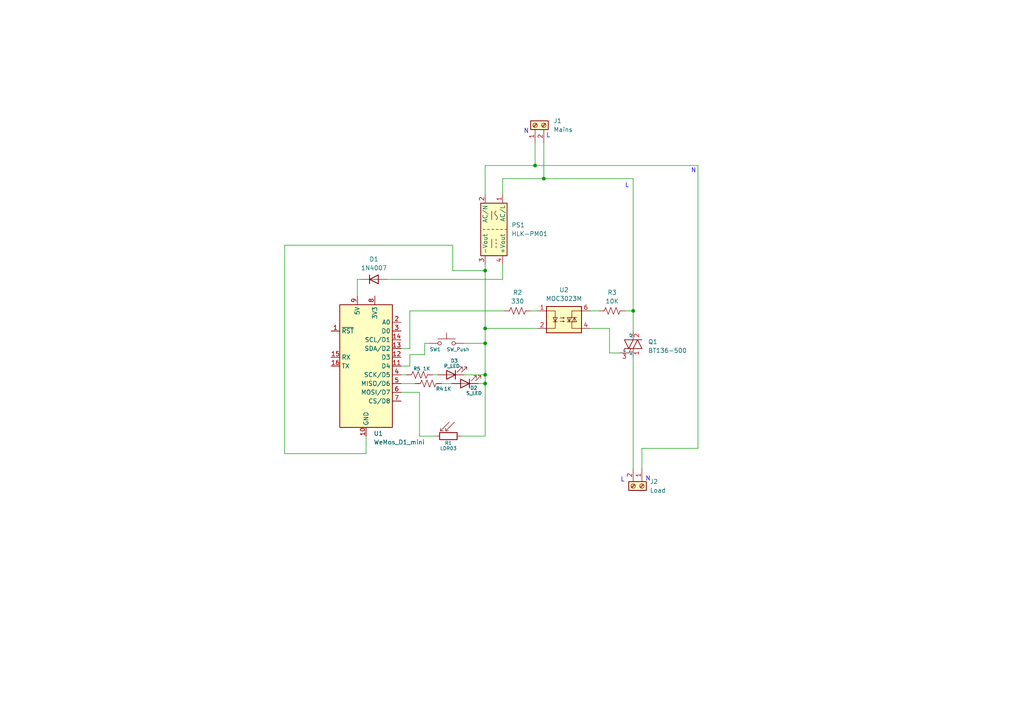
<source format=kicad_sch>
(kicad_sch
	(version 20231120)
	(generator "eeschema")
	(generator_version "8.0")
	(uuid "fff451e8-ba1d-4c33-b6d7-df629453041e")
	(paper "A4")
	(title_block
		(title "Auto light")
		(date "2024/09/22")
		(rev "02")
	)
	(lib_symbols
		(symbol "Connector:Screw_Terminal_01x02"
			(pin_names
				(offset 1.016) hide)
			(exclude_from_sim no)
			(in_bom yes)
			(on_board yes)
			(property "Reference" "J"
				(at 0 2.54 0)
				(effects
					(font
						(size 1.27 1.27)
					)
				)
			)
			(property "Value" "Screw_Terminal_01x02"
				(at 0 -5.08 0)
				(effects
					(font
						(size 1.27 1.27)
					)
				)
			)
			(property "Footprint" ""
				(at 0 0 0)
				(effects
					(font
						(size 1.27 1.27)
					)
					(hide yes)
				)
			)
			(property "Datasheet" "~"
				(at 0 0 0)
				(effects
					(font
						(size 1.27 1.27)
					)
					(hide yes)
				)
			)
			(property "Description" "Generic screw terminal, single row, 01x02, script generated (kicad-library-utils/schlib/autogen/connector/)"
				(at 0 0 0)
				(effects
					(font
						(size 1.27 1.27)
					)
					(hide yes)
				)
			)
			(property "ki_keywords" "screw terminal"
				(at 0 0 0)
				(effects
					(font
						(size 1.27 1.27)
					)
					(hide yes)
				)
			)
			(property "ki_fp_filters" "TerminalBlock*:*"
				(at 0 0 0)
				(effects
					(font
						(size 1.27 1.27)
					)
					(hide yes)
				)
			)
			(symbol "Screw_Terminal_01x02_1_1"
				(rectangle
					(start -1.27 1.27)
					(end 1.27 -3.81)
					(stroke
						(width 0.254)
						(type default)
					)
					(fill
						(type background)
					)
				)
				(circle
					(center 0 -2.54)
					(radius 0.635)
					(stroke
						(width 0.1524)
						(type default)
					)
					(fill
						(type none)
					)
				)
				(polyline
					(pts
						(xy -0.5334 -2.2098) (xy 0.3302 -3.048)
					)
					(stroke
						(width 0.1524)
						(type default)
					)
					(fill
						(type none)
					)
				)
				(polyline
					(pts
						(xy -0.5334 0.3302) (xy 0.3302 -0.508)
					)
					(stroke
						(width 0.1524)
						(type default)
					)
					(fill
						(type none)
					)
				)
				(polyline
					(pts
						(xy -0.3556 -2.032) (xy 0.508 -2.8702)
					)
					(stroke
						(width 0.1524)
						(type default)
					)
					(fill
						(type none)
					)
				)
				(polyline
					(pts
						(xy -0.3556 0.508) (xy 0.508 -0.3302)
					)
					(stroke
						(width 0.1524)
						(type default)
					)
					(fill
						(type none)
					)
				)
				(circle
					(center 0 0)
					(radius 0.635)
					(stroke
						(width 0.1524)
						(type default)
					)
					(fill
						(type none)
					)
				)
				(pin passive line
					(at -5.08 0 0)
					(length 3.81)
					(name "Pin_1"
						(effects
							(font
								(size 1.27 1.27)
							)
						)
					)
					(number "1"
						(effects
							(font
								(size 1.27 1.27)
							)
						)
					)
				)
				(pin passive line
					(at -5.08 -2.54 0)
					(length 3.81)
					(name "Pin_2"
						(effects
							(font
								(size 1.27 1.27)
							)
						)
					)
					(number "2"
						(effects
							(font
								(size 1.27 1.27)
							)
						)
					)
				)
			)
		)
		(symbol "Converter_ACDC:HLK-PM01"
			(exclude_from_sim no)
			(in_bom yes)
			(on_board yes)
			(property "Reference" "PS"
				(at 0 5.08 0)
				(effects
					(font
						(size 1.27 1.27)
					)
				)
			)
			(property "Value" "HLK-PM01"
				(at 0 -5.08 0)
				(effects
					(font
						(size 1.27 1.27)
					)
				)
			)
			(property "Footprint" "Converter_ACDC:Converter_ACDC_Hi-Link_HLK-PMxx"
				(at 0 -7.62 0)
				(effects
					(font
						(size 1.27 1.27)
					)
					(hide yes)
				)
			)
			(property "Datasheet" "https://h.hlktech.com/download/ACDC%E7%94%B5%E6%BA%90%E6%A8%A1%E5%9D%973W%E7%B3%BB%E5%88%97/1/%E6%B5%B7%E5%87%8C%E7%A7%913W%E7%B3%BB%E5%88%97%E7%94%B5%E6%BA%90%E6%A8%A1%E5%9D%97%E8%A7%84%E6%A0%BC%E4%B9%A6V2.8.pdf"
				(at 10.16 -8.89 0)
				(effects
					(font
						(size 1.27 1.27)
					)
					(hide yes)
				)
			)
			(property "Description" "Compact AC/DC board mount power module 3W 5V"
				(at 0 0 0)
				(effects
					(font
						(size 1.27 1.27)
					)
					(hide yes)
				)
			)
			(property "ki_keywords" "AC/DC module power supply"
				(at 0 0 0)
				(effects
					(font
						(size 1.27 1.27)
					)
					(hide yes)
				)
			)
			(property "ki_fp_filters" "Converter*ACDC*Hi?Link*HLK?PM*"
				(at 0 0 0)
				(effects
					(font
						(size 1.27 1.27)
					)
					(hide yes)
				)
			)
			(symbol "HLK-PM01_0_1"
				(rectangle
					(start -7.62 3.81)
					(end 7.62 -3.81)
					(stroke
						(width 0.254)
						(type default)
					)
					(fill
						(type background)
					)
				)
				(arc
					(start -5.334 0.635)
					(mid -4.699 0.2495)
					(end -4.064 0.635)
					(stroke
						(width 0)
						(type default)
					)
					(fill
						(type none)
					)
				)
				(arc
					(start -2.794 0.635)
					(mid -3.429 1.0072)
					(end -4.064 0.635)
					(stroke
						(width 0)
						(type default)
					)
					(fill
						(type none)
					)
				)
				(polyline
					(pts
						(xy -5.334 -0.635) (xy -2.794 -0.635)
					)
					(stroke
						(width 0)
						(type default)
					)
					(fill
						(type none)
					)
				)
				(polyline
					(pts
						(xy 0 -2.54) (xy 0 -3.175)
					)
					(stroke
						(width 0)
						(type default)
					)
					(fill
						(type none)
					)
				)
				(polyline
					(pts
						(xy 0 -1.27) (xy 0 -1.905)
					)
					(stroke
						(width 0)
						(type default)
					)
					(fill
						(type none)
					)
				)
				(polyline
					(pts
						(xy 0 0) (xy 0 -0.635)
					)
					(stroke
						(width 0)
						(type default)
					)
					(fill
						(type none)
					)
				)
				(polyline
					(pts
						(xy 0 1.27) (xy 0 0.635)
					)
					(stroke
						(width 0)
						(type default)
					)
					(fill
						(type none)
					)
				)
				(polyline
					(pts
						(xy 0 2.54) (xy 0 1.905)
					)
					(stroke
						(width 0)
						(type default)
					)
					(fill
						(type none)
					)
				)
				(polyline
					(pts
						(xy 0 3.81) (xy 0 3.175)
					)
					(stroke
						(width 0)
						(type default)
					)
					(fill
						(type none)
					)
				)
				(polyline
					(pts
						(xy 2.794 -0.635) (xy 5.334 -0.635)
					)
					(stroke
						(width 0)
						(type default)
					)
					(fill
						(type none)
					)
				)
				(polyline
					(pts
						(xy 2.794 0.635) (xy 3.302 0.635)
					)
					(stroke
						(width 0)
						(type default)
					)
					(fill
						(type none)
					)
				)
				(polyline
					(pts
						(xy 3.81 0.635) (xy 4.318 0.635)
					)
					(stroke
						(width 0)
						(type default)
					)
					(fill
						(type none)
					)
				)
				(polyline
					(pts
						(xy 4.826 0.635) (xy 5.334 0.635)
					)
					(stroke
						(width 0)
						(type default)
					)
					(fill
						(type none)
					)
				)
			)
			(symbol "HLK-PM01_1_1"
				(pin power_in line
					(at -10.16 2.54 0)
					(length 2.54)
					(name "AC/L"
						(effects
							(font
								(size 1.27 1.27)
							)
						)
					)
					(number "1"
						(effects
							(font
								(size 1.27 1.27)
							)
						)
					)
				)
				(pin power_in line
					(at -10.16 -2.54 0)
					(length 2.54)
					(name "AC/N"
						(effects
							(font
								(size 1.27 1.27)
							)
						)
					)
					(number "2"
						(effects
							(font
								(size 1.27 1.27)
							)
						)
					)
				)
				(pin power_out line
					(at 10.16 -2.54 180)
					(length 2.54)
					(name "-Vout"
						(effects
							(font
								(size 1.27 1.27)
							)
						)
					)
					(number "3"
						(effects
							(font
								(size 1.27 1.27)
							)
						)
					)
				)
				(pin power_out line
					(at 10.16 2.54 180)
					(length 2.54)
					(name "+Vout"
						(effects
							(font
								(size 1.27 1.27)
							)
						)
					)
					(number "4"
						(effects
							(font
								(size 1.27 1.27)
							)
						)
					)
				)
			)
		)
		(symbol "Device:LED"
			(pin_numbers hide)
			(pin_names
				(offset 1.016) hide)
			(exclude_from_sim no)
			(in_bom yes)
			(on_board yes)
			(property "Reference" "D"
				(at 0 2.54 0)
				(effects
					(font
						(size 1.27 1.27)
					)
				)
			)
			(property "Value" "LED"
				(at 0 -2.54 0)
				(effects
					(font
						(size 1.27 1.27)
					)
				)
			)
			(property "Footprint" ""
				(at 0 0 0)
				(effects
					(font
						(size 1.27 1.27)
					)
					(hide yes)
				)
			)
			(property "Datasheet" "~"
				(at 0 0 0)
				(effects
					(font
						(size 1.27 1.27)
					)
					(hide yes)
				)
			)
			(property "Description" "Light emitting diode"
				(at 0 0 0)
				(effects
					(font
						(size 1.27 1.27)
					)
					(hide yes)
				)
			)
			(property "ki_keywords" "LED diode"
				(at 0 0 0)
				(effects
					(font
						(size 1.27 1.27)
					)
					(hide yes)
				)
			)
			(property "ki_fp_filters" "LED* LED_SMD:* LED_THT:*"
				(at 0 0 0)
				(effects
					(font
						(size 1.27 1.27)
					)
					(hide yes)
				)
			)
			(symbol "LED_0_1"
				(polyline
					(pts
						(xy -1.27 -1.27) (xy -1.27 1.27)
					)
					(stroke
						(width 0.254)
						(type default)
					)
					(fill
						(type none)
					)
				)
				(polyline
					(pts
						(xy -1.27 0) (xy 1.27 0)
					)
					(stroke
						(width 0)
						(type default)
					)
					(fill
						(type none)
					)
				)
				(polyline
					(pts
						(xy 1.27 -1.27) (xy 1.27 1.27) (xy -1.27 0) (xy 1.27 -1.27)
					)
					(stroke
						(width 0.254)
						(type default)
					)
					(fill
						(type none)
					)
				)
				(polyline
					(pts
						(xy -3.048 -0.762) (xy -4.572 -2.286) (xy -3.81 -2.286) (xy -4.572 -2.286) (xy -4.572 -1.524)
					)
					(stroke
						(width 0)
						(type default)
					)
					(fill
						(type none)
					)
				)
				(polyline
					(pts
						(xy -1.778 -0.762) (xy -3.302 -2.286) (xy -2.54 -2.286) (xy -3.302 -2.286) (xy -3.302 -1.524)
					)
					(stroke
						(width 0)
						(type default)
					)
					(fill
						(type none)
					)
				)
			)
			(symbol "LED_1_1"
				(pin passive line
					(at -3.81 0 0)
					(length 2.54)
					(name "K"
						(effects
							(font
								(size 1.27 1.27)
							)
						)
					)
					(number "1"
						(effects
							(font
								(size 1.27 1.27)
							)
						)
					)
				)
				(pin passive line
					(at 3.81 0 180)
					(length 2.54)
					(name "A"
						(effects
							(font
								(size 1.27 1.27)
							)
						)
					)
					(number "2"
						(effects
							(font
								(size 1.27 1.27)
							)
						)
					)
				)
			)
		)
		(symbol "Device:R_US"
			(pin_numbers hide)
			(pin_names
				(offset 0)
			)
			(exclude_from_sim no)
			(in_bom yes)
			(on_board yes)
			(property "Reference" "R"
				(at 2.54 0 90)
				(effects
					(font
						(size 1.27 1.27)
					)
				)
			)
			(property "Value" "R_US"
				(at -2.54 0 90)
				(effects
					(font
						(size 1.27 1.27)
					)
				)
			)
			(property "Footprint" ""
				(at 1.016 -0.254 90)
				(effects
					(font
						(size 1.27 1.27)
					)
					(hide yes)
				)
			)
			(property "Datasheet" "~"
				(at 0 0 0)
				(effects
					(font
						(size 1.27 1.27)
					)
					(hide yes)
				)
			)
			(property "Description" "Resistor, US symbol"
				(at 0 0 0)
				(effects
					(font
						(size 1.27 1.27)
					)
					(hide yes)
				)
			)
			(property "ki_keywords" "R res resistor"
				(at 0 0 0)
				(effects
					(font
						(size 1.27 1.27)
					)
					(hide yes)
				)
			)
			(property "ki_fp_filters" "R_*"
				(at 0 0 0)
				(effects
					(font
						(size 1.27 1.27)
					)
					(hide yes)
				)
			)
			(symbol "R_US_0_1"
				(polyline
					(pts
						(xy 0 -2.286) (xy 0 -2.54)
					)
					(stroke
						(width 0)
						(type default)
					)
					(fill
						(type none)
					)
				)
				(polyline
					(pts
						(xy 0 2.286) (xy 0 2.54)
					)
					(stroke
						(width 0)
						(type default)
					)
					(fill
						(type none)
					)
				)
				(polyline
					(pts
						(xy 0 -0.762) (xy 1.016 -1.143) (xy 0 -1.524) (xy -1.016 -1.905) (xy 0 -2.286)
					)
					(stroke
						(width 0)
						(type default)
					)
					(fill
						(type none)
					)
				)
				(polyline
					(pts
						(xy 0 0.762) (xy 1.016 0.381) (xy 0 0) (xy -1.016 -0.381) (xy 0 -0.762)
					)
					(stroke
						(width 0)
						(type default)
					)
					(fill
						(type none)
					)
				)
				(polyline
					(pts
						(xy 0 2.286) (xy 1.016 1.905) (xy 0 1.524) (xy -1.016 1.143) (xy 0 0.762)
					)
					(stroke
						(width 0)
						(type default)
					)
					(fill
						(type none)
					)
				)
			)
			(symbol "R_US_1_1"
				(pin passive line
					(at 0 3.81 270)
					(length 1.27)
					(name "~"
						(effects
							(font
								(size 1.27 1.27)
							)
						)
					)
					(number "1"
						(effects
							(font
								(size 1.27 1.27)
							)
						)
					)
				)
				(pin passive line
					(at 0 -3.81 90)
					(length 1.27)
					(name "~"
						(effects
							(font
								(size 1.27 1.27)
							)
						)
					)
					(number "2"
						(effects
							(font
								(size 1.27 1.27)
							)
						)
					)
				)
			)
		)
		(symbol "Diode:1N4007"
			(pin_numbers hide)
			(pin_names hide)
			(exclude_from_sim no)
			(in_bom yes)
			(on_board yes)
			(property "Reference" "D"
				(at 0 2.54 0)
				(effects
					(font
						(size 1.27 1.27)
					)
				)
			)
			(property "Value" "1N4007"
				(at 0 -2.54 0)
				(effects
					(font
						(size 1.27 1.27)
					)
				)
			)
			(property "Footprint" "Diode_THT:D_DO-41_SOD81_P10.16mm_Horizontal"
				(at 0 -4.445 0)
				(effects
					(font
						(size 1.27 1.27)
					)
					(hide yes)
				)
			)
			(property "Datasheet" "http://www.vishay.com/docs/88503/1n4001.pdf"
				(at 0 0 0)
				(effects
					(font
						(size 1.27 1.27)
					)
					(hide yes)
				)
			)
			(property "Description" "1000V 1A General Purpose Rectifier Diode, DO-41"
				(at 0 0 0)
				(effects
					(font
						(size 1.27 1.27)
					)
					(hide yes)
				)
			)
			(property "Sim.Device" "D"
				(at 0 0 0)
				(effects
					(font
						(size 1.27 1.27)
					)
					(hide yes)
				)
			)
			(property "Sim.Pins" "1=K 2=A"
				(at 0 0 0)
				(effects
					(font
						(size 1.27 1.27)
					)
					(hide yes)
				)
			)
			(property "ki_keywords" "diode"
				(at 0 0 0)
				(effects
					(font
						(size 1.27 1.27)
					)
					(hide yes)
				)
			)
			(property "ki_fp_filters" "D*DO?41*"
				(at 0 0 0)
				(effects
					(font
						(size 1.27 1.27)
					)
					(hide yes)
				)
			)
			(symbol "1N4007_0_1"
				(polyline
					(pts
						(xy -1.27 1.27) (xy -1.27 -1.27)
					)
					(stroke
						(width 0.254)
						(type default)
					)
					(fill
						(type none)
					)
				)
				(polyline
					(pts
						(xy 1.27 0) (xy -1.27 0)
					)
					(stroke
						(width 0)
						(type default)
					)
					(fill
						(type none)
					)
				)
				(polyline
					(pts
						(xy 1.27 1.27) (xy 1.27 -1.27) (xy -1.27 0) (xy 1.27 1.27)
					)
					(stroke
						(width 0.254)
						(type default)
					)
					(fill
						(type none)
					)
				)
			)
			(symbol "1N4007_1_1"
				(pin passive line
					(at -3.81 0 0)
					(length 2.54)
					(name "K"
						(effects
							(font
								(size 1.27 1.27)
							)
						)
					)
					(number "1"
						(effects
							(font
								(size 1.27 1.27)
							)
						)
					)
				)
				(pin passive line
					(at 3.81 0 180)
					(length 2.54)
					(name "A"
						(effects
							(font
								(size 1.27 1.27)
							)
						)
					)
					(number "2"
						(effects
							(font
								(size 1.27 1.27)
							)
						)
					)
				)
			)
		)
		(symbol "MCU_Module:WeMos_D1_mini"
			(exclude_from_sim no)
			(in_bom yes)
			(on_board yes)
			(property "Reference" "U"
				(at 3.81 19.05 0)
				(effects
					(font
						(size 1.27 1.27)
					)
					(justify left)
				)
			)
			(property "Value" "WeMos_D1_mini"
				(at 1.27 -19.05 0)
				(effects
					(font
						(size 1.27 1.27)
					)
					(justify left)
				)
			)
			(property "Footprint" "Module:WEMOS_D1_mini_light"
				(at 0 -29.21 0)
				(effects
					(font
						(size 1.27 1.27)
					)
					(hide yes)
				)
			)
			(property "Datasheet" "https://wiki.wemos.cc/products:d1:d1_mini#documentation"
				(at -46.99 -29.21 0)
				(effects
					(font
						(size 1.27 1.27)
					)
					(hide yes)
				)
			)
			(property "Description" "32-bit microcontroller module with WiFi"
				(at 0 0 0)
				(effects
					(font
						(size 1.27 1.27)
					)
					(hide yes)
				)
			)
			(property "ki_keywords" "ESP8266 WiFi microcontroller ESP8266EX"
				(at 0 0 0)
				(effects
					(font
						(size 1.27 1.27)
					)
					(hide yes)
				)
			)
			(property "ki_fp_filters" "WEMOS*D1*mini*"
				(at 0 0 0)
				(effects
					(font
						(size 1.27 1.27)
					)
					(hide yes)
				)
			)
			(symbol "WeMos_D1_mini_1_1"
				(rectangle
					(start -7.62 17.78)
					(end 7.62 -17.78)
					(stroke
						(width 0.254)
						(type default)
					)
					(fill
						(type background)
					)
				)
				(pin input line
					(at -10.16 10.16 0)
					(length 2.54)
					(name "~{RST}"
						(effects
							(font
								(size 1.27 1.27)
							)
						)
					)
					(number "1"
						(effects
							(font
								(size 1.27 1.27)
							)
						)
					)
				)
				(pin power_in line
					(at 0 -20.32 90)
					(length 2.54)
					(name "GND"
						(effects
							(font
								(size 1.27 1.27)
							)
						)
					)
					(number "10"
						(effects
							(font
								(size 1.27 1.27)
							)
						)
					)
				)
				(pin bidirectional line
					(at 10.16 0 180)
					(length 2.54)
					(name "D4"
						(effects
							(font
								(size 1.27 1.27)
							)
						)
					)
					(number "11"
						(effects
							(font
								(size 1.27 1.27)
							)
						)
					)
				)
				(pin bidirectional line
					(at 10.16 2.54 180)
					(length 2.54)
					(name "D3"
						(effects
							(font
								(size 1.27 1.27)
							)
						)
					)
					(number "12"
						(effects
							(font
								(size 1.27 1.27)
							)
						)
					)
				)
				(pin bidirectional line
					(at 10.16 5.08 180)
					(length 2.54)
					(name "SDA/D2"
						(effects
							(font
								(size 1.27 1.27)
							)
						)
					)
					(number "13"
						(effects
							(font
								(size 1.27 1.27)
							)
						)
					)
				)
				(pin bidirectional line
					(at 10.16 7.62 180)
					(length 2.54)
					(name "SCL/D1"
						(effects
							(font
								(size 1.27 1.27)
							)
						)
					)
					(number "14"
						(effects
							(font
								(size 1.27 1.27)
							)
						)
					)
				)
				(pin input line
					(at -10.16 2.54 0)
					(length 2.54)
					(name "RX"
						(effects
							(font
								(size 1.27 1.27)
							)
						)
					)
					(number "15"
						(effects
							(font
								(size 1.27 1.27)
							)
						)
					)
				)
				(pin output line
					(at -10.16 0 0)
					(length 2.54)
					(name "TX"
						(effects
							(font
								(size 1.27 1.27)
							)
						)
					)
					(number "16"
						(effects
							(font
								(size 1.27 1.27)
							)
						)
					)
				)
				(pin input line
					(at 10.16 12.7 180)
					(length 2.54)
					(name "A0"
						(effects
							(font
								(size 1.27 1.27)
							)
						)
					)
					(number "2"
						(effects
							(font
								(size 1.27 1.27)
							)
						)
					)
				)
				(pin bidirectional line
					(at 10.16 10.16 180)
					(length 2.54)
					(name "D0"
						(effects
							(font
								(size 1.27 1.27)
							)
						)
					)
					(number "3"
						(effects
							(font
								(size 1.27 1.27)
							)
						)
					)
				)
				(pin bidirectional line
					(at 10.16 -2.54 180)
					(length 2.54)
					(name "SCK/D5"
						(effects
							(font
								(size 1.27 1.27)
							)
						)
					)
					(number "4"
						(effects
							(font
								(size 1.27 1.27)
							)
						)
					)
				)
				(pin bidirectional line
					(at 10.16 -5.08 180)
					(length 2.54)
					(name "MISO/D6"
						(effects
							(font
								(size 1.27 1.27)
							)
						)
					)
					(number "5"
						(effects
							(font
								(size 1.27 1.27)
							)
						)
					)
				)
				(pin bidirectional line
					(at 10.16 -7.62 180)
					(length 2.54)
					(name "MOSI/D7"
						(effects
							(font
								(size 1.27 1.27)
							)
						)
					)
					(number "6"
						(effects
							(font
								(size 1.27 1.27)
							)
						)
					)
				)
				(pin bidirectional line
					(at 10.16 -10.16 180)
					(length 2.54)
					(name "CS/D8"
						(effects
							(font
								(size 1.27 1.27)
							)
						)
					)
					(number "7"
						(effects
							(font
								(size 1.27 1.27)
							)
						)
					)
				)
				(pin power_out line
					(at 2.54 20.32 270)
					(length 2.54)
					(name "3V3"
						(effects
							(font
								(size 1.27 1.27)
							)
						)
					)
					(number "8"
						(effects
							(font
								(size 1.27 1.27)
							)
						)
					)
				)
				(pin power_in line
					(at -2.54 20.32 270)
					(length 2.54)
					(name "5V"
						(effects
							(font
								(size 1.27 1.27)
							)
						)
					)
					(number "9"
						(effects
							(font
								(size 1.27 1.27)
							)
						)
					)
				)
			)
		)
		(symbol "Relay_SolidState:MOC3023M"
			(exclude_from_sim no)
			(in_bom yes)
			(on_board yes)
			(property "Reference" "U"
				(at -5.334 4.826 0)
				(effects
					(font
						(size 1.27 1.27)
					)
					(justify left)
				)
			)
			(property "Value" "MOC3023M"
				(at 0 5.08 0)
				(effects
					(font
						(size 1.27 1.27)
					)
					(justify left)
				)
			)
			(property "Footprint" ""
				(at -5.08 -5.08 0)
				(effects
					(font
						(size 1.27 1.27)
						(italic yes)
					)
					(justify left)
					(hide yes)
				)
			)
			(property "Datasheet" "https://www.onsemi.com/pub/Collateral/MOC3023M-D.PDF"
				(at 0 0 0)
				(effects
					(font
						(size 1.27 1.27)
					)
					(justify left)
					(hide yes)
				)
			)
			(property "Description" "Random Phase Opto-Triac, Vdrm 400V, Ift 5mA, DIP6"
				(at 0 0 0)
				(effects
					(font
						(size 1.27 1.27)
					)
					(hide yes)
				)
			)
			(property "ki_keywords" "Opto-Triac Opto Triac Random Phase"
				(at 0 0 0)
				(effects
					(font
						(size 1.27 1.27)
					)
					(hide yes)
				)
			)
			(property "ki_fp_filters" "DIP*W7.62mm* SMDIP*W9.53mm* DIP*W10.16mm*"
				(at 0 0 0)
				(effects
					(font
						(size 1.27 1.27)
					)
					(hide yes)
				)
			)
			(symbol "MOC3023M_0_1"
				(rectangle
					(start -5.08 3.81)
					(end 5.08 -3.81)
					(stroke
						(width 0.254)
						(type default)
					)
					(fill
						(type background)
					)
				)
				(polyline
					(pts
						(xy -3.175 -0.635) (xy -1.905 -0.635)
					)
					(stroke
						(width 0)
						(type default)
					)
					(fill
						(type none)
					)
				)
				(polyline
					(pts
						(xy 1.524 -0.635) (xy 1.524 0.635)
					)
					(stroke
						(width 0)
						(type default)
					)
					(fill
						(type none)
					)
				)
				(polyline
					(pts
						(xy 3.048 0.635) (xy 3.048 -0.635)
					)
					(stroke
						(width 0)
						(type default)
					)
					(fill
						(type none)
					)
				)
				(polyline
					(pts
						(xy 2.286 -0.635) (xy 2.286 -2.54) (xy 5.08 -2.54)
					)
					(stroke
						(width 0)
						(type default)
					)
					(fill
						(type none)
					)
				)
				(polyline
					(pts
						(xy 2.286 0.635) (xy 2.286 2.54) (xy 5.08 2.54)
					)
					(stroke
						(width 0)
						(type default)
					)
					(fill
						(type none)
					)
				)
				(polyline
					(pts
						(xy -5.08 2.54) (xy -2.54 2.54) (xy -2.54 -2.54) (xy -5.08 -2.54)
					)
					(stroke
						(width 0)
						(type default)
					)
					(fill
						(type none)
					)
				)
				(polyline
					(pts
						(xy -2.54 -0.635) (xy -3.175 0.635) (xy -1.905 0.635) (xy -2.54 -0.635)
					)
					(stroke
						(width 0)
						(type default)
					)
					(fill
						(type none)
					)
				)
				(polyline
					(pts
						(xy 0.889 -0.635) (xy 3.683 -0.635) (xy 3.048 0.635) (xy 2.413 -0.635)
					)
					(stroke
						(width 0)
						(type default)
					)
					(fill
						(type none)
					)
				)
				(polyline
					(pts
						(xy 3.683 0.635) (xy 0.889 0.635) (xy 1.524 -0.635) (xy 2.159 0.635)
					)
					(stroke
						(width 0)
						(type default)
					)
					(fill
						(type none)
					)
				)
				(polyline
					(pts
						(xy -1.143 -0.508) (xy 0.127 -0.508) (xy -0.254 -0.635) (xy -0.254 -0.381) (xy 0.127 -0.508)
					)
					(stroke
						(width 0)
						(type default)
					)
					(fill
						(type none)
					)
				)
				(polyline
					(pts
						(xy -1.143 0.508) (xy 0.127 0.508) (xy -0.254 0.381) (xy -0.254 0.635) (xy 0.127 0.508)
					)
					(stroke
						(width 0)
						(type default)
					)
					(fill
						(type none)
					)
				)
			)
			(symbol "MOC3023M_1_1"
				(pin passive line
					(at -7.62 2.54 0)
					(length 2.54)
					(name "~"
						(effects
							(font
								(size 1.27 1.27)
							)
						)
					)
					(number "1"
						(effects
							(font
								(size 1.27 1.27)
							)
						)
					)
				)
				(pin passive line
					(at -7.62 -2.54 0)
					(length 2.54)
					(name "~"
						(effects
							(font
								(size 1.27 1.27)
							)
						)
					)
					(number "2"
						(effects
							(font
								(size 1.27 1.27)
							)
						)
					)
				)
				(pin no_connect line
					(at -5.08 0 0)
					(length 2.54) hide
					(name "NC"
						(effects
							(font
								(size 1.27 1.27)
							)
						)
					)
					(number "3"
						(effects
							(font
								(size 1.27 1.27)
							)
						)
					)
				)
				(pin passive line
					(at 7.62 -2.54 180)
					(length 2.54)
					(name "~"
						(effects
							(font
								(size 1.27 1.27)
							)
						)
					)
					(number "4"
						(effects
							(font
								(size 1.27 1.27)
							)
						)
					)
				)
				(pin no_connect line
					(at 5.08 0 180)
					(length 2.54) hide
					(name "NC"
						(effects
							(font
								(size 1.27 1.27)
							)
						)
					)
					(number "5"
						(effects
							(font
								(size 1.27 1.27)
							)
						)
					)
				)
				(pin passive line
					(at 7.62 2.54 180)
					(length 2.54)
					(name "~"
						(effects
							(font
								(size 1.27 1.27)
							)
						)
					)
					(number "6"
						(effects
							(font
								(size 1.27 1.27)
							)
						)
					)
				)
			)
		)
		(symbol "Sensor_Optical:LDR03"
			(pin_numbers hide)
			(pin_names
				(offset 0)
			)
			(exclude_from_sim no)
			(in_bom yes)
			(on_board yes)
			(property "Reference" "R"
				(at -5.08 0 90)
				(effects
					(font
						(size 1.27 1.27)
					)
				)
			)
			(property "Value" "LDR03"
				(at 1.905 0 90)
				(effects
					(font
						(size 1.27 1.27)
					)
					(justify top)
				)
			)
			(property "Footprint" "OptoDevice:R_LDR_10x8.5mm_P7.6mm_Vertical"
				(at 4.445 0 90)
				(effects
					(font
						(size 1.27 1.27)
					)
					(hide yes)
				)
			)
			(property "Datasheet" "http://www.elektronica-componenten.nl/WebRoot/StoreNL/Shops/61422969/54F1/BA0C/C664/31B9/2173/C0A8/2AB9/2AEF/LDR03IMP.pdf"
				(at 0 -1.27 0)
				(effects
					(font
						(size 1.27 1.27)
					)
					(hide yes)
				)
			)
			(property "Description" "light dependent resistor"
				(at 0 0 0)
				(effects
					(font
						(size 1.27 1.27)
					)
					(hide yes)
				)
			)
			(property "ki_keywords" "light dependent photo resistor LDR"
				(at 0 0 0)
				(effects
					(font
						(size 1.27 1.27)
					)
					(hide yes)
				)
			)
			(property "ki_fp_filters" "R*LDR*10x8.5mm*P7.6mm*"
				(at 0 0 0)
				(effects
					(font
						(size 1.27 1.27)
					)
					(hide yes)
				)
			)
			(symbol "LDR03_0_1"
				(rectangle
					(start -1.016 2.54)
					(end 1.016 -2.54)
					(stroke
						(width 0.254)
						(type default)
					)
					(fill
						(type none)
					)
				)
				(polyline
					(pts
						(xy -1.524 -2.286) (xy -4.064 0.254)
					)
					(stroke
						(width 0)
						(type default)
					)
					(fill
						(type none)
					)
				)
				(polyline
					(pts
						(xy -1.524 -2.286) (xy -2.286 -2.286)
					)
					(stroke
						(width 0)
						(type default)
					)
					(fill
						(type none)
					)
				)
				(polyline
					(pts
						(xy -1.524 -2.286) (xy -1.524 -1.524)
					)
					(stroke
						(width 0)
						(type default)
					)
					(fill
						(type none)
					)
				)
				(polyline
					(pts
						(xy -1.524 -0.762) (xy -4.064 1.778)
					)
					(stroke
						(width 0)
						(type default)
					)
					(fill
						(type none)
					)
				)
				(polyline
					(pts
						(xy -1.524 -0.762) (xy -2.286 -0.762)
					)
					(stroke
						(width 0)
						(type default)
					)
					(fill
						(type none)
					)
				)
				(polyline
					(pts
						(xy -1.524 -0.762) (xy -1.524 0)
					)
					(stroke
						(width 0)
						(type default)
					)
					(fill
						(type none)
					)
				)
			)
			(symbol "LDR03_1_1"
				(pin passive line
					(at 0 3.81 270)
					(length 1.27)
					(name "~"
						(effects
							(font
								(size 1.27 1.27)
							)
						)
					)
					(number "1"
						(effects
							(font
								(size 1.27 1.27)
							)
						)
					)
				)
				(pin passive line
					(at 0 -3.81 90)
					(length 1.27)
					(name "~"
						(effects
							(font
								(size 1.27 1.27)
							)
						)
					)
					(number "2"
						(effects
							(font
								(size 1.27 1.27)
							)
						)
					)
				)
			)
		)
		(symbol "Switch:SW_Push"
			(pin_numbers hide)
			(pin_names
				(offset 1.016) hide)
			(exclude_from_sim no)
			(in_bom yes)
			(on_board yes)
			(property "Reference" "SW"
				(at 1.27 2.54 0)
				(effects
					(font
						(size 1.27 1.27)
					)
					(justify left)
				)
			)
			(property "Value" "SW_Push"
				(at 0 -1.524 0)
				(effects
					(font
						(size 1.27 1.27)
					)
				)
			)
			(property "Footprint" ""
				(at 0 5.08 0)
				(effects
					(font
						(size 1.27 1.27)
					)
					(hide yes)
				)
			)
			(property "Datasheet" "~"
				(at 0 5.08 0)
				(effects
					(font
						(size 1.27 1.27)
					)
					(hide yes)
				)
			)
			(property "Description" "Push button switch, generic, two pins"
				(at 0 0 0)
				(effects
					(font
						(size 1.27 1.27)
					)
					(hide yes)
				)
			)
			(property "ki_keywords" "switch normally-open pushbutton push-button"
				(at 0 0 0)
				(effects
					(font
						(size 1.27 1.27)
					)
					(hide yes)
				)
			)
			(symbol "SW_Push_0_1"
				(circle
					(center -2.032 0)
					(radius 0.508)
					(stroke
						(width 0)
						(type default)
					)
					(fill
						(type none)
					)
				)
				(polyline
					(pts
						(xy 0 1.27) (xy 0 3.048)
					)
					(stroke
						(width 0)
						(type default)
					)
					(fill
						(type none)
					)
				)
				(polyline
					(pts
						(xy 2.54 1.27) (xy -2.54 1.27)
					)
					(stroke
						(width 0)
						(type default)
					)
					(fill
						(type none)
					)
				)
				(circle
					(center 2.032 0)
					(radius 0.508)
					(stroke
						(width 0)
						(type default)
					)
					(fill
						(type none)
					)
				)
				(pin passive line
					(at -5.08 0 0)
					(length 2.54)
					(name "1"
						(effects
							(font
								(size 1.27 1.27)
							)
						)
					)
					(number "1"
						(effects
							(font
								(size 1.27 1.27)
							)
						)
					)
				)
				(pin passive line
					(at 5.08 0 180)
					(length 2.54)
					(name "2"
						(effects
							(font
								(size 1.27 1.27)
							)
						)
					)
					(number "2"
						(effects
							(font
								(size 1.27 1.27)
							)
						)
					)
				)
			)
		)
		(symbol "Triac_Thyristor:BT136-500"
			(pin_names
				(offset 0)
			)
			(exclude_from_sim no)
			(in_bom yes)
			(on_board yes)
			(property "Reference" "Q"
				(at 5.08 1.905 0)
				(effects
					(font
						(size 1.27 1.27)
					)
					(justify left)
				)
			)
			(property "Value" "BT136-500"
				(at 5.08 0 0)
				(effects
					(font
						(size 1.27 1.27)
					)
					(justify left)
				)
			)
			(property "Footprint" "Package_TO_SOT_THT:TO-220-3_Vertical"
				(at 5.08 -1.905 0)
				(effects
					(font
						(size 1.27 1.27)
						(italic yes)
					)
					(justify left)
					(hide yes)
				)
			)
			(property "Datasheet" "http://www.micropik.com/PDF/BT136-600.pdf"
				(at 0 0 0)
				(effects
					(font
						(size 1.27 1.27)
					)
					(justify left)
					(hide yes)
				)
			)
			(property "Description" "4A RMS, 500V Off-State Voltage, Triac, TO-220"
				(at 0 0 0)
				(effects
					(font
						(size 1.27 1.27)
					)
					(hide yes)
				)
			)
			(property "ki_keywords" "Triac"
				(at 0 0 0)
				(effects
					(font
						(size 1.27 1.27)
					)
					(hide yes)
				)
			)
			(property "ki_fp_filters" "TO?220*"
				(at 0 0 0)
				(effects
					(font
						(size 1.27 1.27)
					)
					(hide yes)
				)
			)
			(symbol "BT136-500_0_1"
				(polyline
					(pts
						(xy -2.54 -1.27) (xy 2.54 -1.27)
					)
					(stroke
						(width 0.2032)
						(type default)
					)
					(fill
						(type none)
					)
				)
				(polyline
					(pts
						(xy -2.54 1.27) (xy 2.54 1.27)
					)
					(stroke
						(width 0.2032)
						(type default)
					)
					(fill
						(type none)
					)
				)
				(polyline
					(pts
						(xy -1.27 -2.54) (xy -0.635 -1.27)
					)
					(stroke
						(width 0)
						(type default)
					)
					(fill
						(type none)
					)
				)
				(polyline
					(pts
						(xy -2.54 1.27) (xy -1.27 -1.27) (xy 0 1.27)
					)
					(stroke
						(width 0.2032)
						(type default)
					)
					(fill
						(type none)
					)
				)
				(polyline
					(pts
						(xy 0 -1.27) (xy 1.27 1.27) (xy 2.54 -1.27)
					)
					(stroke
						(width 0.2032)
						(type default)
					)
					(fill
						(type none)
					)
				)
			)
			(symbol "BT136-500_1_1"
				(pin passive line
					(at 0 -3.81 90)
					(length 2.54)
					(name "A1"
						(effects
							(font
								(size 0.635 0.635)
							)
						)
					)
					(number "1"
						(effects
							(font
								(size 1.27 1.27)
							)
						)
					)
				)
				(pin passive line
					(at 0 3.81 270)
					(length 2.54)
					(name "A2"
						(effects
							(font
								(size 0.635 0.635)
							)
						)
					)
					(number "2"
						(effects
							(font
								(size 1.27 1.27)
							)
						)
					)
				)
				(pin input line
					(at -3.81 -2.54 0)
					(length 2.54)
					(name "G"
						(effects
							(font
								(size 0.635 0.635)
							)
						)
					)
					(number "3"
						(effects
							(font
								(size 1.27 1.27)
							)
						)
					)
				)
			)
		)
	)
	(junction
		(at 140.716 108.712)
		(diameter 0)
		(color 0 0 0 0)
		(uuid "2522e9f5-6b7a-4819-9e82-69a9d8575093")
	)
	(junction
		(at 140.716 95.25)
		(diameter 0)
		(color 0 0 0 0)
		(uuid "55ff0923-e44a-49bf-818c-e4dd7b65d025")
	)
	(junction
		(at 140.716 111.252)
		(diameter 0)
		(color 0 0 0 0)
		(uuid "7e382753-b2de-4996-a656-ef3f0cfc4936")
	)
	(junction
		(at 157.734 51.816)
		(diameter 0)
		(color 0 0 0 0)
		(uuid "7f6eb435-e2f3-4675-b9a1-07f3e14e739c")
	)
	(junction
		(at 140.716 78.486)
		(diameter 0)
		(color 0 0 0 0)
		(uuid "9a93b6f0-f119-48f0-9524-076ab280e83a")
	)
	(junction
		(at 140.716 99.568)
		(diameter 0)
		(color 0 0 0 0)
		(uuid "9c71afef-538b-444c-bdc7-fea24cd20d91")
	)
	(junction
		(at 155.194 48.006)
		(diameter 0)
		(color 0 0 0 0)
		(uuid "b001f86a-91d1-47b0-883d-879a1ee9dddd")
	)
	(junction
		(at 183.642 90.17)
		(diameter 0)
		(color 0 0 0 0)
		(uuid "b0955646-e697-47b8-9c5a-c0c02c63afd2")
	)
	(wire
		(pts
			(xy 128.016 111.252) (xy 131.064 111.252)
		)
		(stroke
			(width 0)
			(type default)
		)
		(uuid "0221fe82-f87f-4844-a6e1-746c0e0202e6")
	)
	(wire
		(pts
			(xy 155.194 48.006) (xy 155.194 41.402)
		)
		(stroke
			(width 0)
			(type default)
		)
		(uuid "0455f4cb-5456-4a2c-90eb-1ccaeed6eb85")
	)
	(wire
		(pts
			(xy 106.172 131.572) (xy 82.55 131.572)
		)
		(stroke
			(width 0)
			(type default)
		)
		(uuid "11ccec70-4c77-4f31-b733-b730d697313a")
	)
	(wire
		(pts
			(xy 131.318 78.486) (xy 140.716 78.486)
		)
		(stroke
			(width 0)
			(type default)
		)
		(uuid "12e2003b-dbc6-4efb-b877-516da37d4b90")
	)
	(wire
		(pts
			(xy 179.832 102.362) (xy 176.784 102.362)
		)
		(stroke
			(width 0)
			(type default)
		)
		(uuid "165783f2-375f-48f2-ab83-8c0c47295c67")
	)
	(wire
		(pts
			(xy 183.642 90.17) (xy 183.642 51.816)
		)
		(stroke
			(width 0)
			(type default)
		)
		(uuid "20e18008-7734-4ad7-9752-3a6f37c3af03")
	)
	(wire
		(pts
			(xy 145.796 56.388) (xy 145.796 51.816)
		)
		(stroke
			(width 0)
			(type default)
		)
		(uuid "27637e0c-1df3-4f30-93e0-8c02b5aff957")
	)
	(wire
		(pts
			(xy 138.684 111.252) (xy 140.716 111.252)
		)
		(stroke
			(width 0)
			(type default)
		)
		(uuid "2c5b9fd9-a3c9-4e11-98f4-9bb70070f698")
	)
	(wire
		(pts
			(xy 181.356 90.17) (xy 183.642 90.17)
		)
		(stroke
			(width 0)
			(type default)
		)
		(uuid "2d93a7bb-6fb9-4ced-bed8-e64dd1c05cbd")
	)
	(wire
		(pts
			(xy 125.476 108.712) (xy 127 108.712)
		)
		(stroke
			(width 0)
			(type default)
		)
		(uuid "2e4bc932-8e50-45af-9867-c06970f2b88c")
	)
	(wire
		(pts
			(xy 153.924 90.17) (xy 155.956 90.17)
		)
		(stroke
			(width 0)
			(type default)
		)
		(uuid "2f8459f2-b6dd-4298-bdcc-24aa91be9d8a")
	)
	(wire
		(pts
			(xy 140.716 78.486) (xy 140.716 95.25)
		)
		(stroke
			(width 0)
			(type default)
		)
		(uuid "2fd2fa14-ea39-4873-94b0-1eada1e2cec0")
	)
	(wire
		(pts
			(xy 140.716 95.25) (xy 155.956 95.25)
		)
		(stroke
			(width 0)
			(type default)
		)
		(uuid "396df637-89eb-405f-bcb1-5704a115e883")
	)
	(wire
		(pts
			(xy 116.332 108.712) (xy 117.856 108.712)
		)
		(stroke
			(width 0)
			(type default)
		)
		(uuid "3ac739fb-bdae-45df-89a3-baf7d8ff1ca0")
	)
	(wire
		(pts
			(xy 183.642 51.816) (xy 157.734 51.816)
		)
		(stroke
			(width 0)
			(type default)
		)
		(uuid "3c8807c3-8026-48fa-8add-454561328a70")
	)
	(wire
		(pts
			(xy 134.62 108.712) (xy 140.716 108.712)
		)
		(stroke
			(width 0)
			(type default)
		)
		(uuid "403cdeda-1753-481b-a28c-e32af8c70516")
	)
	(wire
		(pts
			(xy 140.716 95.25) (xy 140.716 99.568)
		)
		(stroke
			(width 0)
			(type default)
		)
		(uuid "4411123c-425f-47f8-89bd-9efa562b151e")
	)
	(wire
		(pts
			(xy 186.182 130.048) (xy 202.438 130.048)
		)
		(stroke
			(width 0)
			(type default)
		)
		(uuid "44caaf7b-5b44-4af4-9a56-0145a9a60c4d")
	)
	(wire
		(pts
			(xy 123.19 99.568) (xy 124.46 99.568)
		)
		(stroke
			(width 0)
			(type default)
		)
		(uuid "4b015618-8a6f-46cb-8b94-758980c72905")
	)
	(wire
		(pts
			(xy 118.872 106.172) (xy 118.872 102.87)
		)
		(stroke
			(width 0)
			(type default)
		)
		(uuid "4ea709b9-77f2-4c85-afa0-ea06b2561654")
	)
	(wire
		(pts
			(xy 116.332 113.792) (xy 121.666 113.792)
		)
		(stroke
			(width 0)
			(type default)
		)
		(uuid "537c521b-d7e4-490c-9d1b-d08b873c03b6")
	)
	(wire
		(pts
			(xy 118.872 102.87) (xy 123.19 102.87)
		)
		(stroke
			(width 0)
			(type default)
		)
		(uuid "53a81661-e01c-463f-8661-ef3215afe574")
	)
	(wire
		(pts
			(xy 157.734 51.816) (xy 157.734 41.402)
		)
		(stroke
			(width 0)
			(type default)
		)
		(uuid "53da114a-b502-4dca-901a-f579810738ad")
	)
	(wire
		(pts
			(xy 202.438 48.006) (xy 155.194 48.006)
		)
		(stroke
			(width 0)
			(type default)
		)
		(uuid "5720e49f-be29-4ffa-866f-c6a1bc12a66d")
	)
	(wire
		(pts
			(xy 118.872 101.092) (xy 118.872 90.17)
		)
		(stroke
			(width 0)
			(type default)
		)
		(uuid "5bce2792-da70-4e23-a199-02050e0cacd5")
	)
	(wire
		(pts
			(xy 186.182 135.89) (xy 186.182 130.048)
		)
		(stroke
			(width 0)
			(type default)
		)
		(uuid "763e1ff5-e378-4f6d-b04b-e7855fd5b231")
	)
	(wire
		(pts
			(xy 140.716 48.006) (xy 155.194 48.006)
		)
		(stroke
			(width 0)
			(type default)
		)
		(uuid "77fa1c0a-2f3b-4135-9ea2-c92c89c641d8")
	)
	(wire
		(pts
			(xy 140.716 56.388) (xy 140.716 48.006)
		)
		(stroke
			(width 0)
			(type default)
		)
		(uuid "84281f47-dc1a-47bd-bff3-4704a1100a70")
	)
	(wire
		(pts
			(xy 176.784 95.25) (xy 171.196 95.25)
		)
		(stroke
			(width 0)
			(type default)
		)
		(uuid "844f9316-97cf-45da-b7ec-564f270e7dff")
	)
	(wire
		(pts
			(xy 171.196 90.17) (xy 173.736 90.17)
		)
		(stroke
			(width 0)
			(type default)
		)
		(uuid "84c05ff9-2436-4572-89b5-b8bb08078824")
	)
	(wire
		(pts
			(xy 176.784 102.362) (xy 176.784 95.25)
		)
		(stroke
			(width 0)
			(type default)
		)
		(uuid "9427c873-6344-418d-bac6-0ba0807508f6")
	)
	(wire
		(pts
			(xy 123.19 102.87) (xy 123.19 99.568)
		)
		(stroke
			(width 0)
			(type default)
		)
		(uuid "96f5ef15-b870-4862-bb01-b62d4ef0b8b1")
	)
	(wire
		(pts
			(xy 116.332 101.092) (xy 118.872 101.092)
		)
		(stroke
			(width 0)
			(type default)
		)
		(uuid "a0f2d1c8-af27-46c6-87a6-abdc324ef840")
	)
	(wire
		(pts
			(xy 116.332 106.172) (xy 118.872 106.172)
		)
		(stroke
			(width 0)
			(type default)
		)
		(uuid "a29af0a6-022b-480d-8159-db0fe2c19ce5")
	)
	(wire
		(pts
			(xy 116.332 111.252) (xy 120.396 111.252)
		)
		(stroke
			(width 0)
			(type default)
		)
		(uuid "a29b2195-e446-4200-846f-92802a3fe2ab")
	)
	(wire
		(pts
			(xy 140.716 78.486) (xy 140.716 76.708)
		)
		(stroke
			(width 0)
			(type default)
		)
		(uuid "aab5d202-224c-42ea-b22c-35fe6a37d7ad")
	)
	(wire
		(pts
			(xy 121.666 113.792) (xy 121.666 126.492)
		)
		(stroke
			(width 0)
			(type default)
		)
		(uuid "ac3a4950-fb21-4a35-b740-7223120f8d2a")
	)
	(wire
		(pts
			(xy 106.172 126.492) (xy 106.172 131.572)
		)
		(stroke
			(width 0)
			(type default)
		)
		(uuid "aea91620-6194-49d5-b3d4-98830f519ae4")
	)
	(wire
		(pts
			(xy 82.55 71.12) (xy 82.55 131.572)
		)
		(stroke
			(width 0)
			(type default)
		)
		(uuid "aedc15f0-7fe7-40a7-b89b-42b205d44344")
	)
	(wire
		(pts
			(xy 133.858 126.492) (xy 140.716 126.492)
		)
		(stroke
			(width 0)
			(type default)
		)
		(uuid "b2eea10a-d98e-4b77-b96b-face1a5035db")
	)
	(wire
		(pts
			(xy 118.872 90.17) (xy 146.304 90.17)
		)
		(stroke
			(width 0)
			(type default)
		)
		(uuid "b4f8cd9a-3388-433c-aa23-1d817a2bc95d")
	)
	(wire
		(pts
			(xy 183.642 103.632) (xy 183.642 135.89)
		)
		(stroke
			(width 0)
			(type default)
		)
		(uuid "b76c7bfc-5dc8-482b-9a06-52b20366890d")
	)
	(wire
		(pts
			(xy 103.632 85.852) (xy 103.632 81.026)
		)
		(stroke
			(width 0)
			(type default)
		)
		(uuid "b8cfb3c2-c02d-4baf-b4b6-fcfe2c37084f")
	)
	(wire
		(pts
			(xy 140.716 111.252) (xy 140.716 126.492)
		)
		(stroke
			(width 0)
			(type default)
		)
		(uuid "b9cea13a-709b-4450-bec7-cc29e16afd1d")
	)
	(wire
		(pts
			(xy 112.268 81.026) (xy 145.796 81.026)
		)
		(stroke
			(width 0)
			(type default)
		)
		(uuid "bc7aa097-c025-4442-9707-702b26d8a203")
	)
	(wire
		(pts
			(xy 140.716 99.568) (xy 140.716 108.712)
		)
		(stroke
			(width 0)
			(type default)
		)
		(uuid "c772cfe8-4ccf-4915-948f-48c711e55667")
	)
	(wire
		(pts
			(xy 140.716 111.252) (xy 140.716 108.712)
		)
		(stroke
			(width 0)
			(type default)
		)
		(uuid "d4d2203b-34cb-41ca-9711-83c395045038")
	)
	(wire
		(pts
			(xy 202.438 130.048) (xy 202.438 48.006)
		)
		(stroke
			(width 0)
			(type default)
		)
		(uuid "dad2e0a7-9821-4c0e-9805-c662818b9359")
	)
	(wire
		(pts
			(xy 103.632 81.026) (xy 104.648 81.026)
		)
		(stroke
			(width 0)
			(type default)
		)
		(uuid "dd140b98-4999-495a-87f2-9bb339699bcc")
	)
	(wire
		(pts
			(xy 82.55 71.12) (xy 131.318 71.12)
		)
		(stroke
			(width 0)
			(type default)
		)
		(uuid "e2ce6d3e-1b08-43d7-b77b-47f2e6298d05")
	)
	(wire
		(pts
			(xy 145.796 51.816) (xy 157.734 51.816)
		)
		(stroke
			(width 0)
			(type default)
		)
		(uuid "e46490c0-ba14-4d81-84fa-0312c38911f2")
	)
	(wire
		(pts
			(xy 131.318 71.12) (xy 131.318 78.486)
		)
		(stroke
			(width 0)
			(type default)
		)
		(uuid "eb6442fb-8ab6-4fc7-8019-27e552862745")
	)
	(wire
		(pts
			(xy 145.796 81.026) (xy 145.796 76.708)
		)
		(stroke
			(width 0)
			(type default)
		)
		(uuid "ee121fd3-79bc-4bf1-827e-5abbd157437d")
	)
	(wire
		(pts
			(xy 183.642 90.17) (xy 183.642 96.012)
		)
		(stroke
			(width 0)
			(type default)
		)
		(uuid "f1da433f-27cc-45c6-a927-53a3edd0e695")
	)
	(wire
		(pts
			(xy 134.62 99.568) (xy 140.716 99.568)
		)
		(stroke
			(width 0)
			(type default)
		)
		(uuid "f39396a1-ccfe-4349-99b5-62e9a0c79f39")
	)
	(wire
		(pts
			(xy 121.666 126.492) (xy 126.238 126.492)
		)
		(stroke
			(width 0)
			(type default)
		)
		(uuid "f6058003-3128-4307-87cd-cd42a055e417")
	)
	(text "N"
		(exclude_from_sim no)
		(at 201.168 49.53 0)
		(effects
			(font
				(size 1.27 1.27)
			)
		)
		(uuid "1ae448d2-23b3-409f-b55a-bce62a0f9899")
	)
	(text "L"
		(exclude_from_sim no)
		(at 180.594 139.192 0)
		(effects
			(font
				(size 1.27 1.27)
			)
		)
		(uuid "4198bc47-5a56-4805-8609-54a307722058")
	)
	(text "N"
		(exclude_from_sim no)
		(at 152.654 38.1 0)
		(effects
			(font
				(size 1.27 1.27)
			)
		)
		(uuid "6c79c885-8ff6-4de5-998f-141fe4cb98c7")
	)
	(text "L"
		(exclude_from_sim no)
		(at 159.004 39.37 0)
		(effects
			(font
				(size 1.27 1.27)
			)
		)
		(uuid "9d192d09-6e39-4315-b773-d4a40a506dfe")
	)
	(text "N"
		(exclude_from_sim no)
		(at 187.96 138.938 0)
		(effects
			(font
				(size 1.27 1.27)
			)
		)
		(uuid "ad8a64f7-bdca-45ce-9d94-666ce7f8a422")
	)
	(text "L"
		(exclude_from_sim no)
		(at 181.864 53.848 0)
		(effects
			(font
				(size 1.27 1.27)
			)
		)
		(uuid "f04c8c84-bd78-4550-aeb7-3273dcd0e911")
	)
	(symbol
		(lib_id "MCU_Module:WeMos_D1_mini")
		(at 106.172 106.172 0)
		(unit 1)
		(exclude_from_sim no)
		(in_bom yes)
		(on_board yes)
		(dnp no)
		(fields_autoplaced yes)
		(uuid "04528d51-ceb4-44d2-b68b-f8fcc5078993")
		(property "Reference" "U1"
			(at 108.3661 125.73 0)
			(effects
				(font
					(size 1.27 1.27)
				)
				(justify left)
			)
		)
		(property "Value" "WeMos_D1_mini"
			(at 108.3661 128.27 0)
			(effects
				(font
					(size 1.27 1.27)
				)
				(justify left)
			)
		)
		(property "Footprint" "Module:WEMOS_D1_mini_light"
			(at 106.172 135.382 0)
			(effects
				(font
					(size 1.27 1.27)
				)
				(hide yes)
			)
		)
		(property "Datasheet" "https://wiki.wemos.cc/products:d1:d1_mini#documentation"
			(at 59.182 135.382 0)
			(effects
				(font
					(size 1.27 1.27)
				)
				(hide yes)
			)
		)
		(property "Description" "32-bit microcontroller module with WiFi"
			(at 106.172 106.172 0)
			(effects
				(font
					(size 1.27 1.27)
				)
				(hide yes)
			)
		)
		(pin "8"
			(uuid "27b4b472-733e-4bec-b7ed-a9a64c9344ad")
		)
		(pin "3"
			(uuid "1e49894e-95de-4f38-96a0-71c7befd5eb2")
		)
		(pin "7"
			(uuid "e643d6a5-3754-4fb3-a377-82ccf734cfa9")
		)
		(pin "10"
			(uuid "f4fdc460-a937-444e-acc1-3a0533c56e62")
		)
		(pin "4"
			(uuid "37642217-9da4-4a65-82dc-1cc4065fa8cd")
		)
		(pin "2"
			(uuid "15f60e10-7218-422d-a6f7-bd36569164b9")
		)
		(pin "5"
			(uuid "3d764022-aba9-498b-b468-167bd8df5d23")
		)
		(pin "13"
			(uuid "a1a412c9-750a-41a5-a428-fab3fe3032d4")
		)
		(pin "16"
			(uuid "1e55fc3f-5011-4c53-b5b4-2bf1b38a513d")
		)
		(pin "1"
			(uuid "151955f4-730a-47ef-a9d6-6bbe1bc82c7f")
		)
		(pin "11"
			(uuid "edae4c83-b98b-4a65-9858-7e8b9d8e888a")
		)
		(pin "9"
			(uuid "dc51d37d-7290-4815-af01-2ea49682434d")
		)
		(pin "12"
			(uuid "5a78c858-394e-4e05-b037-e753b6001b17")
		)
		(pin "15"
			(uuid "39b9ac2c-4352-42c5-ad4c-f29262589268")
		)
		(pin "14"
			(uuid "c9e3bd1d-aaec-4026-a82b-e717011fecc2")
		)
		(pin "6"
			(uuid "974d115f-5a3a-48b1-9065-4d64bb9a64cb")
		)
		(instances
			(project "auto light"
				(path "/fff451e8-ba1d-4c33-b6d7-df629453041e"
					(reference "U1")
					(unit 1)
				)
			)
		)
	)
	(symbol
		(lib_id "Converter_ACDC:HLK-PM01")
		(at 143.256 66.548 270)
		(unit 1)
		(exclude_from_sim no)
		(in_bom yes)
		(on_board yes)
		(dnp no)
		(fields_autoplaced yes)
		(uuid "1246ac1f-68bd-4cac-95fd-494976f434f0")
		(property "Reference" "PS1"
			(at 148.336 65.2779 90)
			(effects
				(font
					(size 1.27 1.27)
				)
				(justify left)
			)
		)
		(property "Value" "HLK-PM01"
			(at 148.336 67.8179 90)
			(effects
				(font
					(size 1.27 1.27)
				)
				(justify left)
			)
		)
		(property "Footprint" "Converter_ACDC:Converter_ACDC_Hi-Link_HLK-PMxx"
			(at 135.636 66.548 0)
			(effects
				(font
					(size 1.27 1.27)
				)
				(hide yes)
			)
		)
		(property "Datasheet" "https://h.hlktech.com/download/ACDC%E7%94%B5%E6%BA%90%E6%A8%A1%E5%9D%973W%E7%B3%BB%E5%88%97/1/%E6%B5%B7%E5%87%8C%E7%A7%913W%E7%B3%BB%E5%88%97%E7%94%B5%E6%BA%90%E6%A8%A1%E5%9D%97%E8%A7%84%E6%A0%BC%E4%B9%A6V2.8.pdf"
			(at 134.366 76.708 0)
			(effects
				(font
					(size 1.27 1.27)
				)
				(hide yes)
			)
		)
		(property "Description" "Compact AC/DC board mount power module 3W 5V"
			(at 143.256 66.548 0)
			(effects
				(font
					(size 1.27 1.27)
				)
				(hide yes)
			)
		)
		(pin "4"
			(uuid "966f4f2d-1dbf-42e9-a5ca-a90b54ae8cf3")
		)
		(pin "2"
			(uuid "88a17987-02d0-4f81-8826-889e86565cb0")
		)
		(pin "1"
			(uuid "75e91bdc-01a4-464b-b94f-725ce82ac83d")
		)
		(pin "3"
			(uuid "d5f3044e-f139-45d7-b773-374e362fd93a")
		)
		(instances
			(project "auto light"
				(path "/fff451e8-ba1d-4c33-b6d7-df629453041e"
					(reference "PS1")
					(unit 1)
				)
			)
		)
	)
	(symbol
		(lib_id "Device:R_US")
		(at 150.114 90.17 90)
		(unit 1)
		(exclude_from_sim no)
		(in_bom yes)
		(on_board yes)
		(dnp no)
		(fields_autoplaced yes)
		(uuid "1721a86d-5120-4663-ac47-5bb582481785")
		(property "Reference" "R2"
			(at 150.114 84.836 90)
			(effects
				(font
					(size 1.27 1.27)
				)
			)
		)
		(property "Value" "330"
			(at 150.114 87.376 90)
			(effects
				(font
					(size 1.27 1.27)
				)
			)
		)
		(property "Footprint" ""
			(at 150.368 89.154 90)
			(effects
				(font
					(size 1.27 1.27)
				)
				(hide yes)
			)
		)
		(property "Datasheet" "~"
			(at 150.114 90.17 0)
			(effects
				(font
					(size 1.27 1.27)
				)
				(hide yes)
			)
		)
		(property "Description" "Resistor, US symbol"
			(at 150.114 90.17 0)
			(effects
				(font
					(size 1.27 1.27)
				)
				(hide yes)
			)
		)
		(pin "2"
			(uuid "bef82363-bda8-4092-aef9-421e6c3f6e5d")
		)
		(pin "1"
			(uuid "2bc0ff3c-effc-4d37-a7f6-800fc490ef4f")
		)
		(instances
			(project "auto light"
				(path "/fff451e8-ba1d-4c33-b6d7-df629453041e"
					(reference "R2")
					(unit 1)
				)
			)
		)
	)
	(symbol
		(lib_id "Connector:Screw_Terminal_01x02")
		(at 186.182 140.97 270)
		(unit 1)
		(exclude_from_sim no)
		(in_bom yes)
		(on_board yes)
		(dnp no)
		(fields_autoplaced yes)
		(uuid "20cdef7f-12ba-4675-baf1-0557c33a557b")
		(property "Reference" "J2"
			(at 188.468 139.6999 90)
			(effects
				(font
					(size 1.27 1.27)
				)
				(justify left)
			)
		)
		(property "Value" "Load"
			(at 188.468 142.2399 90)
			(effects
				(font
					(size 1.27 1.27)
				)
				(justify left)
			)
		)
		(property "Footprint" ""
			(at 186.182 140.97 0)
			(effects
				(font
					(size 1.27 1.27)
				)
				(hide yes)
			)
		)
		(property "Datasheet" "~"
			(at 186.182 140.97 0)
			(effects
				(font
					(size 1.27 1.27)
				)
				(hide yes)
			)
		)
		(property "Description" "Generic screw terminal, single row, 01x02, script generated (kicad-library-utils/schlib/autogen/connector/)"
			(at 186.182 140.97 0)
			(effects
				(font
					(size 1.27 1.27)
				)
				(hide yes)
			)
		)
		(pin "1"
			(uuid "8a18bcb9-ec5e-4f1d-9b46-3671e6c3bbf1")
		)
		(pin "2"
			(uuid "6ab6049a-3150-4b31-bec0-5a611f88b575")
		)
		(instances
			(project "auto light"
				(path "/fff451e8-ba1d-4c33-b6d7-df629453041e"
					(reference "J2")
					(unit 1)
				)
			)
		)
	)
	(symbol
		(lib_id "Connector:Screw_Terminal_01x02")
		(at 155.194 36.322 90)
		(unit 1)
		(exclude_from_sim no)
		(in_bom yes)
		(on_board yes)
		(dnp no)
		(fields_autoplaced yes)
		(uuid "3c9a1dea-3baa-4545-8558-be63855e91e0")
		(property "Reference" "J1"
			(at 160.528 35.0519 90)
			(effects
				(font
					(size 1.27 1.27)
				)
				(justify right)
			)
		)
		(property "Value" "Mains"
			(at 160.528 37.5919 90)
			(effects
				(font
					(size 1.27 1.27)
				)
				(justify right)
			)
		)
		(property "Footprint" ""
			(at 155.194 36.322 0)
			(effects
				(font
					(size 1.27 1.27)
				)
				(hide yes)
			)
		)
		(property "Datasheet" "~"
			(at 155.194 36.322 0)
			(effects
				(font
					(size 1.27 1.27)
				)
				(hide yes)
			)
		)
		(property "Description" "Generic screw terminal, single row, 01x02, script generated (kicad-library-utils/schlib/autogen/connector/)"
			(at 155.194 36.322 0)
			(effects
				(font
					(size 1.27 1.27)
				)
				(hide yes)
			)
		)
		(pin "1"
			(uuid "b24e3205-3a7c-4ce1-8fa7-9b81018c0b53")
		)
		(pin "2"
			(uuid "7936dda2-ac3f-4388-b1b6-9c37447cf5bb")
		)
		(instances
			(project "auto light"
				(path "/fff451e8-ba1d-4c33-b6d7-df629453041e"
					(reference "J1")
					(unit 1)
				)
			)
		)
	)
	(symbol
		(lib_id "Relay_SolidState:MOC3023M")
		(at 163.576 92.71 0)
		(unit 1)
		(exclude_from_sim no)
		(in_bom yes)
		(on_board yes)
		(dnp no)
		(fields_autoplaced yes)
		(uuid "6a62a5d2-41dd-46b6-83a2-a6475db1ce86")
		(property "Reference" "U2"
			(at 163.576 84.074 0)
			(effects
				(font
					(size 1.27 1.27)
				)
			)
		)
		(property "Value" "MOC3023M"
			(at 163.576 86.614 0)
			(effects
				(font
					(size 1.27 1.27)
				)
			)
		)
		(property "Footprint" ""
			(at 158.496 97.79 0)
			(effects
				(font
					(size 1.27 1.27)
					(italic yes)
				)
				(justify left)
				(hide yes)
			)
		)
		(property "Datasheet" "https://www.onsemi.com/pub/Collateral/MOC3023M-D.PDF"
			(at 163.576 92.71 0)
			(effects
				(font
					(size 1.27 1.27)
				)
				(justify left)
				(hide yes)
			)
		)
		(property "Description" "Random Phase Opto-Triac, Vdrm 400V, Ift 5mA, DIP6"
			(at 163.576 92.71 0)
			(effects
				(font
					(size 1.27 1.27)
				)
				(hide yes)
			)
		)
		(pin "1"
			(uuid "b41db0d2-3451-43a1-b1ed-2ab95a5e0767")
		)
		(pin "3"
			(uuid "03325cff-633b-4f54-bdbc-e25331f6c064")
		)
		(pin "4"
			(uuid "7e60dc01-ad8f-4939-b371-37a1cdd5ee29")
		)
		(pin "6"
			(uuid "77f10ab4-e022-45a0-9f09-a8e0b41d63f0")
		)
		(pin "5"
			(uuid "9824d9cd-553e-4761-aa0e-0e09ee4f1c4a")
		)
		(pin "2"
			(uuid "5070e598-713a-4b07-ab97-5f3ad829284e")
		)
		(instances
			(project "auto light"
				(path "/fff451e8-ba1d-4c33-b6d7-df629453041e"
					(reference "U2")
					(unit 1)
				)
			)
		)
	)
	(symbol
		(lib_id "Diode:1N4007")
		(at 108.458 81.026 0)
		(unit 1)
		(exclude_from_sim no)
		(in_bom yes)
		(on_board yes)
		(dnp no)
		(fields_autoplaced yes)
		(uuid "6cce1694-3993-44f5-a068-a58c3afdbb6e")
		(property "Reference" "D1"
			(at 108.458 75.184 0)
			(effects
				(font
					(size 1.27 1.27)
				)
			)
		)
		(property "Value" "1N4007"
			(at 108.458 77.724 0)
			(effects
				(font
					(size 1.27 1.27)
				)
			)
		)
		(property "Footprint" "Diode_THT:D_DO-41_SOD81_P10.16mm_Horizontal"
			(at 108.458 85.471 0)
			(effects
				(font
					(size 1.27 1.27)
				)
				(hide yes)
			)
		)
		(property "Datasheet" "http://www.vishay.com/docs/88503/1n4001.pdf"
			(at 108.458 81.026 0)
			(effects
				(font
					(size 1.27 1.27)
				)
				(hide yes)
			)
		)
		(property "Description" "1000V 1A General Purpose Rectifier Diode, DO-41"
			(at 108.458 81.026 0)
			(effects
				(font
					(size 1.27 1.27)
				)
				(hide yes)
			)
		)
		(property "Sim.Device" "D"
			(at 108.458 81.026 0)
			(effects
				(font
					(size 1.27 1.27)
				)
				(hide yes)
			)
		)
		(property "Sim.Pins" "1=K 2=A"
			(at 108.458 81.026 0)
			(effects
				(font
					(size 1.27 1.27)
				)
				(hide yes)
			)
		)
		(pin "1"
			(uuid "048836b7-893a-4095-b89f-da60ca1e4bed")
		)
		(pin "2"
			(uuid "94a36acc-6689-4697-8c71-0f651c47a24e")
		)
		(instances
			(project "auto light"
				(path "/fff451e8-ba1d-4c33-b6d7-df629453041e"
					(reference "D1")
					(unit 1)
				)
			)
		)
	)
	(symbol
		(lib_id "Switch:SW_Push")
		(at 129.54 99.568 0)
		(unit 1)
		(exclude_from_sim no)
		(in_bom yes)
		(on_board yes)
		(dnp no)
		(uuid "7edf03f7-28e5-4303-bee9-919e4ecdb7d6")
		(property "Reference" "SW1"
			(at 126.238 101.346 0)
			(effects
				(font
					(size 1 1)
				)
			)
		)
		(property "Value" "SW_Push"
			(at 132.842 101.346 0)
			(effects
				(font
					(size 1 1)
				)
			)
		)
		(property "Footprint" ""
			(at 129.54 94.488 0)
			(effects
				(font
					(size 1.27 1.27)
				)
				(hide yes)
			)
		)
		(property "Datasheet" "~"
			(at 129.54 94.488 0)
			(effects
				(font
					(size 1.27 1.27)
				)
				(hide yes)
			)
		)
		(property "Description" "Push button switch, generic, two pins"
			(at 129.54 99.568 0)
			(effects
				(font
					(size 1.27 1.27)
				)
				(hide yes)
			)
		)
		(pin "2"
			(uuid "82c79bac-6ec0-4ed4-8c49-01a4739da91c")
		)
		(pin "1"
			(uuid "a406583a-98c0-4571-81f4-0643236f6749")
		)
		(instances
			(project "auto light"
				(path "/fff451e8-ba1d-4c33-b6d7-df629453041e"
					(reference "SW1")
					(unit 1)
				)
			)
		)
	)
	(symbol
		(lib_id "Device:LED")
		(at 130.81 108.712 180)
		(unit 1)
		(exclude_from_sim no)
		(in_bom yes)
		(on_board yes)
		(dnp no)
		(uuid "8e093b18-140b-47e0-9bda-0061ae24f30b")
		(property "Reference" "D3"
			(at 131.7625 104.648 0)
			(effects
				(font
					(size 1 1)
				)
			)
		)
		(property "Value" "P_LED"
			(at 131.064 106.172 0)
			(effects
				(font
					(size 1 1)
				)
			)
		)
		(property "Footprint" ""
			(at 130.81 108.712 0)
			(effects
				(font
					(size 1.27 1.27)
				)
				(hide yes)
			)
		)
		(property "Datasheet" "~"
			(at 130.81 108.712 0)
			(effects
				(font
					(size 1.27 1.27)
				)
				(hide yes)
			)
		)
		(property "Description" "Light emitting diode"
			(at 130.81 108.712 0)
			(effects
				(font
					(size 1.27 1.27)
				)
				(hide yes)
			)
		)
		(pin "2"
			(uuid "e8913247-2c4e-4d76-a3a1-d00395c13503")
		)
		(pin "1"
			(uuid "9bf7d6a5-19a9-4a0c-abc1-05354040d39b")
		)
		(instances
			(project "auto light"
				(path "/fff451e8-ba1d-4c33-b6d7-df629453041e"
					(reference "D3")
					(unit 1)
				)
			)
		)
	)
	(symbol
		(lib_id "Device:R_US")
		(at 177.546 90.17 90)
		(unit 1)
		(exclude_from_sim no)
		(in_bom yes)
		(on_board yes)
		(dnp no)
		(fields_autoplaced yes)
		(uuid "a9cc7597-405b-4499-bb77-b9310b53a35e")
		(property "Reference" "R3"
			(at 177.546 84.836 90)
			(effects
				(font
					(size 1.27 1.27)
				)
			)
		)
		(property "Value" "10K"
			(at 177.546 87.376 90)
			(effects
				(font
					(size 1.27 1.27)
				)
			)
		)
		(property "Footprint" ""
			(at 177.8 89.154 90)
			(effects
				(font
					(size 1.27 1.27)
				)
				(hide yes)
			)
		)
		(property "Datasheet" "~"
			(at 177.546 90.17 0)
			(effects
				(font
					(size 1.27 1.27)
				)
				(hide yes)
			)
		)
		(property "Description" "Resistor, US symbol"
			(at 177.546 90.17 0)
			(effects
				(font
					(size 1.27 1.27)
				)
				(hide yes)
			)
		)
		(pin "2"
			(uuid "142b01a3-c4b6-4650-b5c6-517609489e5a")
		)
		(pin "1"
			(uuid "81abf136-2e97-4436-a038-e940591a1218")
		)
		(instances
			(project "auto light"
				(path "/fff451e8-ba1d-4c33-b6d7-df629453041e"
					(reference "R3")
					(unit 1)
				)
			)
		)
	)
	(symbol
		(lib_id "Triac_Thyristor:BT136-500")
		(at 183.642 99.822 0)
		(unit 1)
		(exclude_from_sim no)
		(in_bom yes)
		(on_board yes)
		(dnp no)
		(fields_autoplaced yes)
		(uuid "b2829bf8-0bd5-44be-9131-df5faab862ef")
		(property "Reference" "Q1"
			(at 187.96 99.1361 0)
			(effects
				(font
					(size 1.27 1.27)
				)
				(justify left)
			)
		)
		(property "Value" "BT136-500"
			(at 187.96 101.6761 0)
			(effects
				(font
					(size 1.27 1.27)
				)
				(justify left)
			)
		)
		(property "Footprint" "Package_TO_SOT_THT:TO-220-3_Vertical"
			(at 188.722 101.727 0)
			(effects
				(font
					(size 1.27 1.27)
					(italic yes)
				)
				(justify left)
				(hide yes)
			)
		)
		(property "Datasheet" "http://www.micropik.com/PDF/BT136-600.pdf"
			(at 183.642 99.822 0)
			(effects
				(font
					(size 1.27 1.27)
				)
				(justify left)
				(hide yes)
			)
		)
		(property "Description" "4A RMS, 500V Off-State Voltage, Triac, TO-220"
			(at 183.642 99.822 0)
			(effects
				(font
					(size 1.27 1.27)
				)
				(hide yes)
			)
		)
		(pin "1"
			(uuid "e810f0fd-9f43-46e6-b7fd-fd8d21077385")
		)
		(pin "2"
			(uuid "c37678b0-25d9-45e9-8f15-eba605c08317")
		)
		(pin "3"
			(uuid "57b31d36-b0a6-4f6f-a69d-db2990953e5b")
		)
		(instances
			(project "auto light"
				(path "/fff451e8-ba1d-4c33-b6d7-df629453041e"
					(reference "Q1")
					(unit 1)
				)
			)
		)
	)
	(symbol
		(lib_id "Device:R_US")
		(at 124.206 111.252 90)
		(unit 1)
		(exclude_from_sim no)
		(in_bom yes)
		(on_board yes)
		(dnp no)
		(uuid "b2936bce-e1fc-4df3-ab26-3134d22e20da")
		(property "Reference" "R4"
			(at 127.508 112.776 90)
			(effects
				(font
					(size 1 1)
				)
			)
		)
		(property "Value" "1K"
			(at 129.794 112.776 90)
			(effects
				(font
					(size 1 1)
				)
			)
		)
		(property "Footprint" ""
			(at 124.46 110.236 90)
			(effects
				(font
					(size 1.27 1.27)
				)
				(hide yes)
			)
		)
		(property "Datasheet" "~"
			(at 124.206 111.252 0)
			(effects
				(font
					(size 1.27 1.27)
				)
				(hide yes)
			)
		)
		(property "Description" "Resistor, US symbol"
			(at 124.206 111.252 0)
			(effects
				(font
					(size 1.27 1.27)
				)
				(hide yes)
			)
		)
		(pin "2"
			(uuid "817a648c-d01c-4e37-a7ad-68b5f4d63033")
		)
		(pin "1"
			(uuid "00b81372-2f6c-46e6-98dd-4dba6fe2a97c")
		)
		(instances
			(project "auto light"
				(path "/fff451e8-ba1d-4c33-b6d7-df629453041e"
					(reference "R4")
					(unit 1)
				)
			)
		)
	)
	(symbol
		(lib_id "Sensor_Optical:LDR03")
		(at 130.048 126.492 270)
		(unit 1)
		(exclude_from_sim no)
		(in_bom yes)
		(on_board yes)
		(dnp no)
		(uuid "b3252787-253a-40df-9126-ba9181435b60")
		(property "Reference" "R1"
			(at 130.048 128.524 90)
			(effects
				(font
					(size 1 1)
				)
			)
		)
		(property "Value" "LDR03"
			(at 130.048 130.048 90)
			(effects
				(font
					(size 1 1)
				)
			)
		)
		(property "Footprint" "OptoDevice:R_LDR_10x8.5mm_P7.6mm_Vertical"
			(at 130.048 130.937 90)
			(effects
				(font
					(size 1.27 1.27)
				)
				(hide yes)
			)
		)
		(property "Datasheet" "http://www.elektronica-componenten.nl/WebRoot/StoreNL/Shops/61422969/54F1/BA0C/C664/31B9/2173/C0A8/2AB9/2AEF/LDR03IMP.pdf"
			(at 128.778 126.492 0)
			(effects
				(font
					(size 1.27 1.27)
				)
				(hide yes)
			)
		)
		(property "Description" "light dependent resistor"
			(at 130.048 126.492 0)
			(effects
				(font
					(size 1.27 1.27)
				)
				(hide yes)
			)
		)
		(pin "1"
			(uuid "c7fdddb1-5920-4018-8195-ac09f2753397")
		)
		(pin "2"
			(uuid "1a9f5485-1d5e-4ac6-b266-25396ce1997c")
		)
		(instances
			(project "auto light"
				(path "/fff451e8-ba1d-4c33-b6d7-df629453041e"
					(reference "R1")
					(unit 1)
				)
			)
		)
	)
	(symbol
		(lib_id "Device:R_US")
		(at 121.666 108.712 90)
		(unit 1)
		(exclude_from_sim no)
		(in_bom yes)
		(on_board yes)
		(dnp no)
		(uuid "fc1f01b7-b70d-4581-a756-ff29ba83d9f5")
		(property "Reference" "R5"
			(at 120.904 106.934 90)
			(effects
				(font
					(size 1 1)
				)
			)
		)
		(property "Value" "1K"
			(at 123.698 106.934 90)
			(effects
				(font
					(size 1 1)
				)
			)
		)
		(property "Footprint" ""
			(at 121.92 107.696 90)
			(effects
				(font
					(size 1.27 1.27)
				)
				(hide yes)
			)
		)
		(property "Datasheet" "~"
			(at 121.666 108.712 0)
			(effects
				(font
					(size 1.27 1.27)
				)
				(hide yes)
			)
		)
		(property "Description" "Resistor, US symbol"
			(at 121.666 108.712 0)
			(effects
				(font
					(size 1.27 1.27)
				)
				(hide yes)
			)
		)
		(pin "2"
			(uuid "df9929ed-e1fe-45cc-a330-bcf5833051e0")
		)
		(pin "1"
			(uuid "8ffb6803-e6d6-406a-917c-89e002ab75c1")
		)
		(instances
			(project "auto light"
				(path "/fff451e8-ba1d-4c33-b6d7-df629453041e"
					(reference "R5")
					(unit 1)
				)
			)
		)
	)
	(symbol
		(lib_id "Device:LED")
		(at 134.874 111.252 180)
		(unit 1)
		(exclude_from_sim no)
		(in_bom yes)
		(on_board yes)
		(dnp no)
		(uuid "fe1badb0-33c6-4d6d-bac9-39283e57c79a")
		(property "Reference" "D2"
			(at 137.414 112.522 0)
			(effects
				(font
					(size 1 1)
				)
			)
		)
		(property "Value" "S_LED"
			(at 137.4775 114.046 0)
			(effects
				(font
					(size 1 1)
				)
			)
		)
		(property "Footprint" ""
			(at 134.874 111.252 0)
			(effects
				(font
					(size 1.27 1.27)
				)
				(hide yes)
			)
		)
		(property "Datasheet" "~"
			(at 134.874 111.252 0)
			(effects
				(font
					(size 1.27 1.27)
				)
				(hide yes)
			)
		)
		(property "Description" "Light emitting diode"
			(at 134.874 111.252 0)
			(effects
				(font
					(size 1.27 1.27)
				)
				(hide yes)
			)
		)
		(pin "2"
			(uuid "58a6d70d-3506-441f-bfcc-b0bf4e0bf382")
		)
		(pin "1"
			(uuid "71c43b2a-980a-4f78-97eb-4e28d9cd08c5")
		)
		(instances
			(project "auto light"
				(path "/fff451e8-ba1d-4c33-b6d7-df629453041e"
					(reference "D2")
					(unit 1)
				)
			)
		)
	)
	(sheet_instances
		(path "/"
			(page "1")
		)
	)
)
</source>
